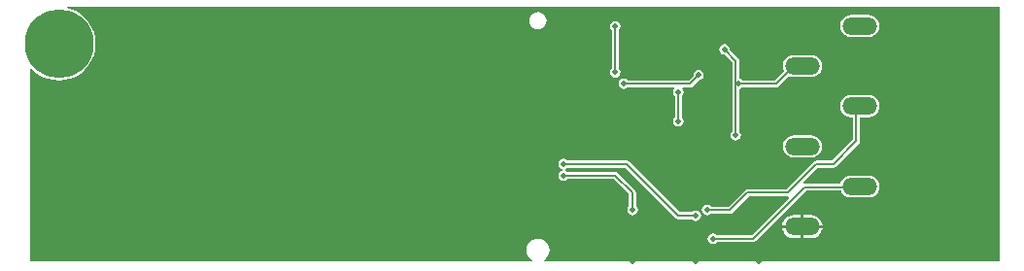
<source format=gbl>
G04*
G04 #@! TF.GenerationSoftware,Altium Limited,Altium Designer,18.1.7 (191)*
G04*
G04 Layer_Physical_Order=2*
G04 Layer_Color=16711680*
%FSLAX44Y44*%
%MOMM*%
G71*
G01*
G75*
%ADD11C,0.2000*%
%ADD33O,3.0160X1.5080*%
%ADD34C,6.0000*%
%ADD35C,0.5080*%
G36*
X2170000Y1230000D02*
X1772808Y1230000D01*
X1772543Y1231265D01*
X1774632Y1232868D01*
X1776235Y1234957D01*
X1777243Y1237390D01*
X1777586Y1240000D01*
X1777243Y1242610D01*
X1776235Y1245043D01*
X1774632Y1247132D01*
X1772543Y1248735D01*
X1770110Y1249743D01*
X1767500Y1250086D01*
X1764890Y1249743D01*
X1762457Y1248735D01*
X1760368Y1247132D01*
X1758765Y1245043D01*
X1757757Y1242610D01*
X1757414Y1240000D01*
X1757757Y1237390D01*
X1758765Y1234957D01*
X1760368Y1232868D01*
X1762457Y1231265D01*
X1762193Y1230000D01*
X1325000Y1230000D01*
X1325000Y1398164D01*
X1326192Y1398604D01*
X1327303Y1397303D01*
X1331133Y1394031D01*
X1335427Y1391400D01*
X1340081Y1389472D01*
X1344979Y1388296D01*
X1350000Y1387901D01*
X1355021Y1388296D01*
X1359919Y1389472D01*
X1364573Y1391400D01*
X1368867Y1394031D01*
X1372697Y1397303D01*
X1375969Y1401133D01*
X1378600Y1405427D01*
X1380528Y1410081D01*
X1381704Y1414979D01*
X1382099Y1420000D01*
X1381704Y1425021D01*
X1380528Y1429919D01*
X1378600Y1434573D01*
X1375969Y1438867D01*
X1372697Y1442697D01*
X1368867Y1445969D01*
X1364573Y1448600D01*
X1359919Y1450528D01*
X1356995Y1451230D01*
X1357145Y1452500D01*
X2170000Y1452500D01*
X2170000Y1230000D01*
D02*
G37*
%LPC*%
G36*
X1767500Y1447565D02*
X1765542Y1447307D01*
X1763718Y1446551D01*
X1762151Y1445349D01*
X1760949Y1443782D01*
X1760193Y1441958D01*
X1759935Y1440000D01*
X1760193Y1438042D01*
X1760949Y1436218D01*
X1762151Y1434651D01*
X1763718Y1433449D01*
X1765542Y1432693D01*
X1767500Y1432435D01*
X1769458Y1432693D01*
X1771282Y1433449D01*
X1772849Y1434651D01*
X1774051Y1436218D01*
X1774807Y1438042D01*
X1775065Y1440000D01*
X1774807Y1441958D01*
X1774051Y1443782D01*
X1772849Y1445349D01*
X1771282Y1446551D01*
X1769458Y1447307D01*
X1767500Y1447565D01*
D02*
G37*
G36*
X2055540Y1445122D02*
X2040460D01*
X2037970Y1444794D01*
X2035649Y1443833D01*
X2033656Y1442304D01*
X2032127Y1440311D01*
X2031166Y1437991D01*
X2030838Y1435500D01*
X2031166Y1433010D01*
X2032127Y1430689D01*
X2033656Y1428696D01*
X2035649Y1427167D01*
X2037970Y1426206D01*
X2040460Y1425878D01*
X2055540D01*
X2058031Y1426206D01*
X2060351Y1427167D01*
X2062344Y1428696D01*
X2063873Y1430689D01*
X2064834Y1433010D01*
X2065162Y1435500D01*
X2064834Y1437991D01*
X2063873Y1440311D01*
X2062344Y1442304D01*
X2060351Y1443833D01*
X2058031Y1444794D01*
X2055540Y1445122D01*
D02*
G37*
G36*
X1930000Y1419629D02*
X1928229Y1419277D01*
X1926727Y1418273D01*
X1925723Y1416771D01*
X1925371Y1415000D01*
X1925723Y1413229D01*
X1926727Y1411727D01*
X1928229Y1410723D01*
X1930000Y1410371D01*
X1930253Y1410421D01*
X1936941Y1403733D01*
Y1343416D01*
X1936727Y1343273D01*
X1935723Y1341771D01*
X1935371Y1340000D01*
X1935723Y1338229D01*
X1936727Y1336727D01*
X1938229Y1335723D01*
X1940000Y1335371D01*
X1941771Y1335723D01*
X1943273Y1336727D01*
X1944277Y1338229D01*
X1944629Y1340000D01*
X1944277Y1341771D01*
X1943273Y1343273D01*
X1943059Y1343416D01*
Y1380482D01*
X1944271Y1380723D01*
X1945773Y1381727D01*
X1945916Y1381941D01*
X1975000D01*
X1975000Y1381941D01*
X1976171Y1382174D01*
X1977163Y1382837D01*
X1986246Y1391920D01*
X1987970Y1391206D01*
X1990460Y1390878D01*
X2005540D01*
X2008031Y1391206D01*
X2010351Y1392167D01*
X2012344Y1393696D01*
X2013873Y1395689D01*
X2014834Y1398010D01*
X2015162Y1400500D01*
X2014834Y1402991D01*
X2013873Y1405311D01*
X2012344Y1407304D01*
X2010351Y1408833D01*
X2008031Y1409794D01*
X2005540Y1410122D01*
X1990460D01*
X1987970Y1409794D01*
X1985649Y1408833D01*
X1983656Y1407304D01*
X1982127Y1405311D01*
X1981166Y1402991D01*
X1980838Y1400500D01*
X1981166Y1398010D01*
X1981903Y1396229D01*
X1973733Y1388059D01*
X1945916D01*
X1945773Y1388273D01*
X1944271Y1389277D01*
X1943059Y1389518D01*
Y1405000D01*
X1942826Y1406171D01*
X1942163Y1407163D01*
X1942163Y1407163D01*
X1934579Y1414747D01*
X1934629Y1415000D01*
X1934277Y1416771D01*
X1933273Y1418273D01*
X1931771Y1419277D01*
X1930000Y1419629D01*
D02*
G37*
G36*
X1835000Y1439629D02*
X1833229Y1439277D01*
X1831727Y1438273D01*
X1830723Y1436771D01*
X1830371Y1435000D01*
X1830723Y1433229D01*
X1831727Y1431727D01*
X1831941Y1431584D01*
Y1398416D01*
X1831727Y1398273D01*
X1830723Y1396771D01*
X1830371Y1395000D01*
X1830723Y1393229D01*
X1831727Y1391727D01*
X1833229Y1390723D01*
X1835000Y1390371D01*
X1836771Y1390723D01*
X1838273Y1391727D01*
X1839277Y1393229D01*
X1839629Y1395000D01*
X1839277Y1396771D01*
X1838273Y1398273D01*
X1838059Y1398416D01*
Y1431584D01*
X1838273Y1431727D01*
X1839277Y1433229D01*
X1839629Y1435000D01*
X1839277Y1436771D01*
X1838273Y1438273D01*
X1836771Y1439277D01*
X1835000Y1439629D01*
D02*
G37*
G36*
X1907500Y1397129D02*
X1905729Y1396777D01*
X1904227Y1395773D01*
X1903223Y1394271D01*
X1902871Y1392500D01*
X1902921Y1392247D01*
X1898733Y1388059D01*
X1845916D01*
X1845773Y1388273D01*
X1844271Y1389277D01*
X1842500Y1389629D01*
X1840729Y1389277D01*
X1839227Y1388273D01*
X1838223Y1386771D01*
X1837871Y1385000D01*
X1838223Y1383229D01*
X1839227Y1381727D01*
X1840729Y1380723D01*
X1842500Y1380371D01*
X1844271Y1380723D01*
X1845773Y1381727D01*
X1845916Y1381941D01*
X1886189D01*
X1886541Y1381177D01*
X1886659Y1380671D01*
X1885723Y1379271D01*
X1885371Y1377500D01*
X1885723Y1375729D01*
X1886727Y1374227D01*
X1886941Y1374084D01*
Y1355916D01*
X1886727Y1355773D01*
X1885723Y1354271D01*
X1885371Y1352500D01*
X1885723Y1350729D01*
X1886727Y1349227D01*
X1888229Y1348223D01*
X1890000Y1347871D01*
X1891771Y1348223D01*
X1893273Y1349227D01*
X1894277Y1350729D01*
X1894629Y1352500D01*
X1894277Y1354271D01*
X1893273Y1355773D01*
X1893059Y1355916D01*
Y1374084D01*
X1893273Y1374227D01*
X1894277Y1375729D01*
X1894629Y1377500D01*
X1894277Y1379271D01*
X1893341Y1380671D01*
X1893459Y1381177D01*
X1893811Y1381941D01*
X1900000D01*
X1900000Y1381941D01*
X1901171Y1382174D01*
X1902163Y1382837D01*
X1907247Y1387921D01*
X1907500Y1387871D01*
X1909271Y1388223D01*
X1910773Y1389227D01*
X1911777Y1390729D01*
X1912129Y1392500D01*
X1911777Y1394271D01*
X1910773Y1395773D01*
X1909271Y1396777D01*
X1907500Y1397129D01*
D02*
G37*
G36*
X2005540Y1340122D02*
X1990460D01*
X1987970Y1339794D01*
X1985649Y1338833D01*
X1983656Y1337304D01*
X1982127Y1335311D01*
X1981166Y1332991D01*
X1980838Y1330500D01*
X1981166Y1328010D01*
X1982127Y1325689D01*
X1983656Y1323696D01*
X1985649Y1322167D01*
X1987970Y1321206D01*
X1990460Y1320878D01*
X2005540D01*
X2008031Y1321206D01*
X2010351Y1322167D01*
X2012344Y1323696D01*
X2013873Y1325689D01*
X2014834Y1328010D01*
X2015162Y1330500D01*
X2014834Y1332991D01*
X2013873Y1335311D01*
X2012344Y1337304D01*
X2010351Y1338833D01*
X2008031Y1339794D01*
X2005540Y1340122D01*
D02*
G37*
G36*
X2055540Y1375122D02*
X2040460D01*
X2037970Y1374794D01*
X2035649Y1373833D01*
X2033656Y1372304D01*
X2032127Y1370311D01*
X2031166Y1367991D01*
X2030838Y1365500D01*
X2031166Y1363010D01*
X2032127Y1360689D01*
X2033656Y1358696D01*
X2035649Y1357167D01*
X2037970Y1356206D01*
X2040460Y1355878D01*
X2041941D01*
Y1336267D01*
X2023733Y1318059D01*
X2010000D01*
X2010000Y1318059D01*
X2008829Y1317826D01*
X2007837Y1317163D01*
X2007837Y1317163D01*
X1983733Y1293059D01*
X1950000D01*
X1950000Y1293059D01*
X1948829Y1292826D01*
X1947837Y1292163D01*
X1947837Y1292163D01*
X1933733Y1278059D01*
X1918416D01*
X1918273Y1278273D01*
X1916771Y1279277D01*
X1915000Y1279629D01*
X1913229Y1279277D01*
X1911727Y1278273D01*
X1910723Y1276771D01*
X1910371Y1275000D01*
X1910723Y1273229D01*
X1911727Y1271727D01*
X1913229Y1270723D01*
X1915000Y1270371D01*
X1916771Y1270723D01*
X1918273Y1271727D01*
X1918416Y1271941D01*
X1935000D01*
X1935000Y1271941D01*
X1936171Y1272174D01*
X1937163Y1272837D01*
X1951267Y1286941D01*
X1985000D01*
X1985000Y1286941D01*
X1986264Y1285898D01*
X1986304Y1285629D01*
X1953733Y1253059D01*
X1923416D01*
X1923273Y1253273D01*
X1921771Y1254277D01*
X1920000Y1254629D01*
X1918229Y1254277D01*
X1916727Y1253273D01*
X1915723Y1251771D01*
X1915371Y1250000D01*
X1915723Y1248229D01*
X1916727Y1246727D01*
X1918229Y1245723D01*
X1920000Y1245371D01*
X1921771Y1245723D01*
X1923273Y1246727D01*
X1923416Y1246941D01*
X1955000D01*
X1955000Y1246941D01*
X1956171Y1247174D01*
X1957163Y1247837D01*
X2001267Y1291941D01*
X2031608D01*
X2032127Y1290689D01*
X2033656Y1288696D01*
X2035649Y1287167D01*
X2037970Y1286206D01*
X2040460Y1285878D01*
X2055540D01*
X2058031Y1286206D01*
X2060351Y1287167D01*
X2062344Y1288696D01*
X2063873Y1290689D01*
X2064834Y1293010D01*
X2065162Y1295500D01*
X2064834Y1297990D01*
X2063873Y1300311D01*
X2062344Y1302304D01*
X2060351Y1303833D01*
X2058031Y1304794D01*
X2055540Y1305122D01*
X2040460D01*
X2037970Y1304794D01*
X2035649Y1303833D01*
X2033656Y1302304D01*
X2032127Y1300311D01*
X2031194Y1298059D01*
X2000000D01*
X1998736Y1299102D01*
X1998696Y1299371D01*
X2011267Y1311941D01*
X2025000D01*
X2025000Y1311941D01*
X2026171Y1312174D01*
X2027163Y1312837D01*
X2047163Y1332837D01*
X2047826Y1333829D01*
X2048059Y1335000D01*
Y1355878D01*
X2055540D01*
X2058031Y1356206D01*
X2060351Y1357167D01*
X2062344Y1358696D01*
X2063873Y1360689D01*
X2064834Y1363010D01*
X2065162Y1365500D01*
X2064834Y1367991D01*
X2063873Y1370311D01*
X2062344Y1372304D01*
X2060351Y1373833D01*
X2058031Y1374794D01*
X2055540Y1375122D01*
D02*
G37*
G36*
X1790000Y1319629D02*
X1788229Y1319277D01*
X1786727Y1318273D01*
X1785723Y1316771D01*
X1785371Y1315000D01*
X1785723Y1313229D01*
X1786727Y1311727D01*
X1788229Y1310723D01*
X1788611Y1310647D01*
Y1309353D01*
X1788229Y1309277D01*
X1786727Y1308273D01*
X1785723Y1306771D01*
X1785371Y1305000D01*
X1785723Y1303229D01*
X1786727Y1301727D01*
X1788229Y1300723D01*
X1790000Y1300371D01*
X1791771Y1300723D01*
X1793273Y1301727D01*
X1793416Y1301941D01*
X1833733D01*
X1846941Y1288733D01*
Y1278416D01*
X1846727Y1278273D01*
X1845723Y1276771D01*
X1845371Y1275000D01*
X1845723Y1273229D01*
X1846727Y1271727D01*
X1848229Y1270723D01*
X1850000Y1270371D01*
X1851771Y1270723D01*
X1853273Y1271727D01*
X1854277Y1273229D01*
X1854629Y1275000D01*
X1854277Y1276771D01*
X1853273Y1278273D01*
X1853059Y1278416D01*
Y1290000D01*
X1853059Y1290000D01*
X1852826Y1291171D01*
X1852163Y1292163D01*
X1852163Y1292163D01*
X1837163Y1307163D01*
X1836171Y1307826D01*
X1835000Y1308059D01*
X1835000Y1308059D01*
X1793416D01*
X1793273Y1308273D01*
X1791771Y1309277D01*
X1791389Y1309353D01*
Y1310647D01*
X1791771Y1310723D01*
X1793273Y1311727D01*
X1793416Y1311941D01*
X1843733D01*
X1887837Y1267837D01*
X1888829Y1267174D01*
X1890000Y1266941D01*
X1901584D01*
X1901727Y1266727D01*
X1903229Y1265723D01*
X1905000Y1265371D01*
X1906771Y1265723D01*
X1908273Y1266727D01*
X1909277Y1268229D01*
X1909629Y1270000D01*
X1909277Y1271771D01*
X1908273Y1273273D01*
X1906771Y1274277D01*
X1905000Y1274629D01*
X1903229Y1274277D01*
X1901727Y1273273D01*
X1901584Y1273059D01*
X1891267D01*
X1847163Y1317163D01*
X1846171Y1317826D01*
X1845000Y1318059D01*
X1845000Y1318059D01*
X1793416D01*
X1793273Y1318273D01*
X1791771Y1319277D01*
X1790000Y1319629D01*
D02*
G37*
G36*
X2005540Y1270667D02*
X1999270D01*
Y1261770D01*
X2015540D01*
X2015361Y1263131D01*
X2014345Y1265583D01*
X2012729Y1267689D01*
X2010623Y1269305D01*
X2008171Y1270321D01*
X2005540Y1270667D01*
D02*
G37*
G36*
X1996730D02*
X1990460D01*
X1987829Y1270321D01*
X1985376Y1269305D01*
X1983271Y1267689D01*
X1981655Y1265583D01*
X1980639Y1263131D01*
X1980460Y1261770D01*
X1996730D01*
Y1270667D01*
D02*
G37*
G36*
X2015540Y1259230D02*
X1999270D01*
Y1250333D01*
X2005540D01*
X2008171Y1250679D01*
X2010623Y1251695D01*
X2012729Y1253311D01*
X2014345Y1255416D01*
X2015361Y1257869D01*
X2015540Y1259230D01*
D02*
G37*
G36*
X1996730D02*
X1980460D01*
X1980639Y1257869D01*
X1981655Y1255416D01*
X1983271Y1253311D01*
X1985376Y1251695D01*
X1987829Y1250679D01*
X1990460Y1250333D01*
X1996730D01*
Y1259230D01*
D02*
G37*
%LPD*%
D11*
X1930000Y1415000D02*
X1940000Y1405000D01*
Y1340000D02*
Y1405000D01*
X1975000Y1385000D02*
X1990000Y1400000D01*
X1942500Y1385000D02*
X1975000D01*
X1915000Y1275000D02*
X1935000D01*
X1950000Y1290000D01*
X1985000D01*
X2010000Y1315000D01*
X1890000Y1270000D02*
X1905000D01*
X1845000Y1315000D02*
X1890000Y1270000D01*
X2000000Y1295000D02*
X2050000D01*
X1955000Y1250000D02*
X2000000Y1295000D01*
X1920000Y1250000D02*
X1955000D01*
X2045000Y1335000D02*
Y1365000D01*
X2025000Y1315000D02*
X2045000Y1335000D01*
X2010000Y1315000D02*
X2025000D01*
X1850000Y1275000D02*
Y1290000D01*
X1835000Y1305000D02*
X1850000Y1290000D01*
X1790000Y1305000D02*
X1835000D01*
X1790000Y1315000D02*
X1845000D01*
X1900000Y1385000D02*
X1907500Y1392500D01*
X1842500Y1385000D02*
X1900000D01*
X1835000Y1395000D02*
Y1435000D01*
X1890000Y1352500D02*
Y1377500D01*
D33*
X1998000Y1260500D02*
D03*
X2048000Y1295500D02*
D03*
X1998000Y1330500D02*
D03*
X2048000Y1365500D02*
D03*
X1998000Y1400500D02*
D03*
X2048000Y1435500D02*
D03*
D34*
X1350000Y1420000D02*
D03*
D35*
X1960000Y1450000D02*
D03*
X1905000D02*
D03*
X1850000D02*
D03*
Y1230000D02*
D03*
X1905000D02*
D03*
X1960000D02*
D03*
X1780000Y1400000D02*
D03*
X1770000Y1410000D02*
D03*
X1925000Y1300000D02*
D03*
X1885000D02*
D03*
X1940000Y1340000D02*
D03*
X1942500Y1385000D02*
D03*
X1915000Y1275000D02*
D03*
X1905000Y1270000D02*
D03*
X1920000Y1250000D02*
D03*
X1930000Y1415000D02*
D03*
X1850000Y1275000D02*
D03*
X1790000Y1315000D02*
D03*
Y1305000D02*
D03*
X1960000Y1275000D02*
D03*
X1895000Y1250000D02*
D03*
X1940000Y1445000D02*
D03*
X1907500Y1392500D02*
D03*
X1842500Y1385000D02*
D03*
X1835000Y1435000D02*
D03*
Y1395000D02*
D03*
X1890000Y1377500D02*
D03*
Y1352500D02*
D03*
X1960000Y1415000D02*
D03*
Y1360000D02*
D03*
X1890000Y1427500D02*
D03*
M02*

</source>
